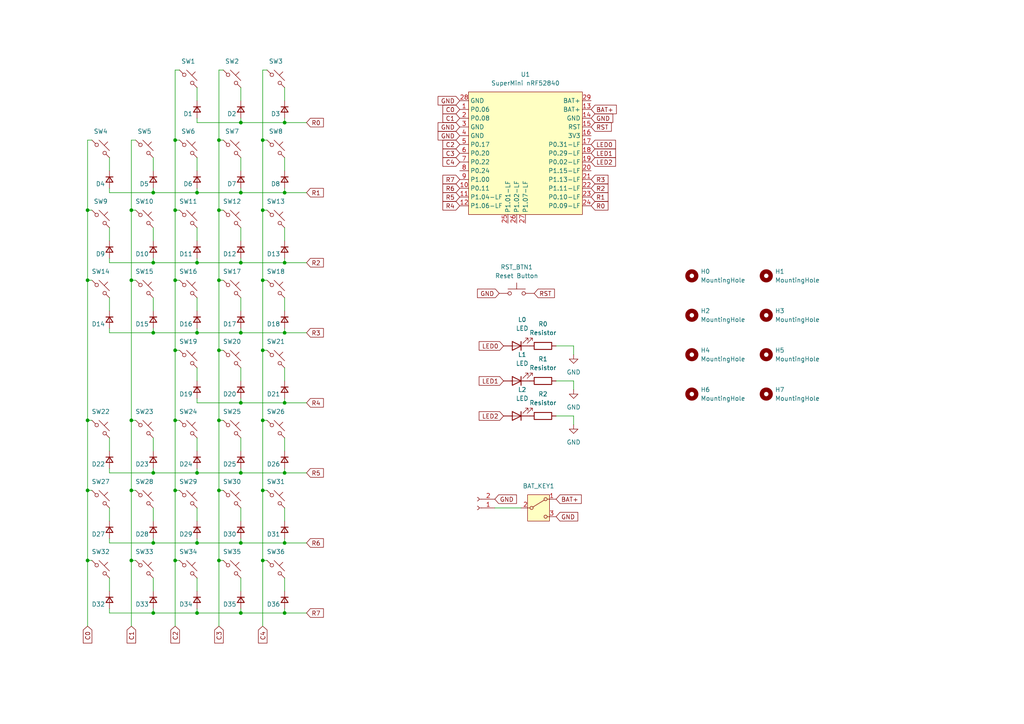
<source format=kicad_sch>
(kicad_sch (version 20250114) (generator "eeschema") (generator_version "9.0")
  (paper "A4")
  (lib_symbols
    (symbol "Connector:Conn_01x02_Socket" (pin_names (offset 1.016) (hide yes))
      (property "Reference" "J" (at 0 2.54 0))
      (property "Value" "Conn_01x02_Socket" (at 0 -5.08 0))
      (symbol "Conn_01x02_Socket_1_1"
        (polyline (pts (xy -1.27 0) (xy -0.508 0)) (stroke (width 0.1524)))
        (polyline (pts (xy -1.27 -2.54) (xy -0.508 -2.54)) (stroke (width 0.1524)))
        (arc (start 0 -0.508) (mid -0.5058 0) (end 0 0.508) (stroke (width 0.1524)))
        (arc (start 0 -3.048) (mid -0.5058 -2.54) (end 0 -2.032) (stroke (width 0.1524)))
        (pin passive line (at -5.08 0 0) (length 3.81) (name "Pin_1") (number "1"))
        (pin passive line (at -5.08 -2.54 0) (length 3.81) (name "Pin_2") (number "2"))
      )
    )
    (symbol "Device:D_Small" (pin_numbers (hide yes)) (pin_names (offset 0.254) (hide yes))
      (property "Reference" "D" (at -1.27 2.032 0))
      (property "Value" "D_Small" (at -3.81 -2.032 0))
      (symbol "D_Small_0_1"
        (polyline (pts (xy -0.762 0) (xy 0.762 0)))
        (polyline (pts (xy -0.762 -1.016) (xy -0.762 1.016)) (stroke (width 0.254)))
        (polyline (pts (xy 0.762 -1.016) (xy -0.762 0) (xy 0.762 1.016) (xy 0.762 -1.016)) (stroke (width 0.254)))
      )
      (symbol "D_Small_1_1"
        (pin passive line (at -2.54 0 0) (length 1.778) (name "K") (number "1"))
        (pin passive line (at 2.54 0 180) (length 1.778) (name "A") (number "2"))
      )
    )
    (symbol "Device:LED" (pin_numbers (hide yes)) (pin_names (offset 1.016) (hide yes))
      (property "Reference" "D" (at 0 2.54 0))
      (property "Value" "LED" (at 0 -2.54 0))
      (symbol "LED_0_1"
        (polyline (pts (xy -3.048 -0.762) (xy -4.572 -2.286) (xy -3.81 -2.286) (xy -4.572 -2.286) (xy -4.572 -1.524)))
        (polyline (pts (xy -1.778 -0.762) (xy -3.302 -2.286) (xy -2.54 -2.286) (xy -3.302 -2.286) (xy -3.302 -1.524)))
        (polyline (pts (xy -1.27 0) (xy 1.27 0)))
        (polyline (pts (xy -1.27 -1.27) (xy -1.27 1.27)) (stroke (width 0.254)))
        (polyline (pts (xy 1.27 -1.27) (xy 1.27 1.27) (xy -1.27 0) (xy 1.27 -1.27)) (stroke (width 0.254)))
      )
      (symbol "LED_1_1"
        (pin passive line (at -3.81 0 0) (length 2.54) (name "K") (number "1"))
        (pin passive line (at 3.81 0 180) (length 2.54) (name "A") (number "2"))
      )
    )
    (symbol "Mechanical:MountingHole" (pin_names (offset 1.016)) (exclude_from_sim yes) (in_bom no)
      (property "Reference" "H" (at 0 5.08 0))
      (property "Value" "MountingHole" (at 0 3.175 0))
      (symbol "MountingHole_0_1"
        (circle (center 0 0) (radius 1.27) (stroke (width 1.27)))
      )
    )
    (symbol "PCM_marbastlib-promicroish:SuperMini_nRF52840" (in_bom no)
      (property "Reference" "U" (at 0 22.86 0))
      (property "Value" "SuperMini nRF52840" (at 0 20.32 0))
      (symbol "SuperMini_nRF52840_0_0"
        (pin bidirectional line (at -19.05 13.97 0) (length 2.54) (name "P0.06") (number "1"))
        (pin bidirectional line (at -19.05 11.43 0) (length 2.54) (name "P0.08") (number "2"))
        (pin power_out line (at -19.05 8.89 0) (length 2.54) (name "GND") (number "3"))
        (pin power_out line (at -19.05 6.35 0) (length 2.54) (name "GND") (number "4"))
        (pin bidirectional line (at -19.05 3.81 0) (length 2.54) (name "P0.17") (number "5"))
        (pin bidirectional line (at -19.05 1.27 0) (length 2.54) (name "P0.20") (number "6"))
        (pin bidirectional line (at -19.05 -1.27 0) (length 2.54) (name "P0.22") (number "7"))
        (pin bidirectional line (at -19.05 -3.81 0) (length 2.54) (name "P0.24") (number "8"))
        (pin bidirectional line (at -19.05 -6.35 0) (length 2.54) (name "P1.00") (number "9"))
        (pin bidirectional line (at -19.05 -8.89 0) (length 2.54) (name "P0.11") (number "10"))
        (pin bidirectional line (at -19.05 -11.43 0) (length 2.54) (name "P1.04-LF") (number "11"))
        (pin bidirectional line (at -19.05 -13.97 0) (length 2.54) (name "P1.06-LF") (number "12"))
        (pin power_out line (at 19.05 11.43 180) (length 2.54) (name "GND") (number "14"))
        (pin bidirectional line (at 19.05 8.89 180) (length 2.54) (name "RST") (number "15"))
        (pin bidirectional line (at 19.05 3.81 180) (length 2.54) (name "P0.31-LF") (number "17"))
        (pin bidirectional line (at 19.05 1.27 180) (length 2.54) (name "P0.29-LF") (number "18"))
        (pin bidirectional line (at 19.05 -1.27 180) (length 2.54) (name "P0.02-LF") (number "19"))
        (pin bidirectional line (at 19.05 -3.81 180) (length 2.54) (name "P1.15-LF") (number "20"))
        (pin bidirectional line (at 19.05 -6.35 180) (length 2.54) (name "P1.13-LF") (number "21"))
        (pin bidirectional line (at 19.05 -8.89 180) (length 2.54) (name "P1.11-LF") (number "22"))
        (pin bidirectional line (at 19.05 -13.97 180) (length 2.54) (name "P0.09-LF") (number "24"))
      )
      (symbol "SuperMini_nRF52840_1_0"
        (pin power_out line (at -19.05 16.51 0) (length 2.54) (name "GND") (number "28"))
        (pin bidirectional line (at -5.08 -19.05 90) (length 2.54) (name "P1.01-LF") (number "25"))
        (pin bidirectional line (at -2.54 -19.05 90) (length 2.54) (name "P1.02-LF") (number "26"))
        (pin bidirectional line (at 0 -19.05 90) (length 2.54) (name "P1.07-LF") (number "27"))
        (pin power_out line (at 19.05 16.51 180) (length 2.54) (name "BAT+") (number "29"))
        (pin power_out line (at 19.05 13.97 180) (length 2.54) (name "BAT+") (number "13"))
        (pin power_out line (at 19.05 6.35 180) (length 2.54) (name "3V3") (number "16"))
        (pin bidirectional line (at 19.05 -11.43 180) (length 2.54) (name "P0.10-LF") (number "23"))
      )
      (symbol "SuperMini_nRF52840_1_1"
        (rectangle (start -16.51 19.05) (end 16.51 -16.51) (fill (type background)))
      )
    )
    (symbol "ScottoKeebs:Placeholder_Resistor" (pin_numbers (hide yes)) (pin_names (offset 0))
      (property "Reference" "R" (at 0 2.032 0))
      (property "Value" "Resistor" (at 0 -2.54 0))
      (symbol "Placeholder_Resistor_0_1"
        (rectangle (start 2.54 -1.016) (end -2.54 1.016) (stroke (width 0.254)))
      )
      (symbol "Placeholder_Resistor_1_1"
        (pin passive line (at -3.81 0 0) (length 1.27) (name "~") (number "1"))
        (pin passive line (at 3.81 0 180) (length 1.27) (name "~") (number "2"))
      )
    )
    (symbol "Switch:SW_Push" (pin_numbers (hide yes)) (pin_names (offset 1.016) (hide yes))
      (property "Reference" "SW" (at 1.27 2.54 0))
      (property "Value" "SW_Push" (at 0 -1.524 0))
      (symbol "SW_Push_0_1"
        (circle (center -2.032 0) (radius 0.508))
        (polyline (pts (xy 0 1.27) (xy 0 3.048)))
        (circle (center 2.032 0) (radius 0.508))
        (polyline (pts (xy 2.54 1.27) (xy -2.54 1.27)))
        (pin passive line (at -5.08 0 0) (length 2.54) (name "1") (number "1"))
        (pin passive line (at 5.08 0 180) (length 2.54) (name "2") (number "2"))
      )
    )
    (symbol "Switch:SW_Push_45deg" (pin_numbers (hide yes)) (pin_names (offset 1.016) (hide yes))
      (property "Reference" "SW" (at 3.048 1.016 0))
      (property "Value" "SW_Push_45deg" (at 0 -3.81 0))
      (symbol "SW_Push_45deg_0_1"
        (polyline (pts (xy -2.54 2.54) (xy -1.524 1.524) (xy -1.524 1.524)))
        (circle (center -1.1684 1.1684) (radius 0.508))
        (polyline (pts (xy -0.508 2.54) (xy 2.54 -0.508)))
        (polyline (pts (xy 1.016 1.016) (xy 2.032 2.032)))
        (circle (center 1.143 -1.1938) (radius 0.508))
        (polyline (pts (xy 1.524 -1.524) (xy 2.54 -2.54) (xy 2.54 -2.54) (xy 2.54 -2.54)))
        (pin passive line (at -2.54 2.54 0) (length 0) (name "1") (number "1"))
        (pin passive line (at 2.54 -2.54 180) (length 0) (name "2") (number "2"))
      )
    )
    (symbol "Switch:SW_SPDT" (pin_names (offset 0) (hide yes))
      (property "Reference" "SW" (at 0 5.08 0))
      (property "Value" "SW_SPDT" (at 0 -5.08 0))
      (symbol "SW_SPDT_0_1"
        (circle (center -2.032 0) (radius 0.4572))
        (polyline (pts (xy -1.651 0.254) (xy 1.651 2.286)))
        (circle (center 2.032 2.54) (radius 0.4572))
        (circle (center 2.032 -2.54) (radius 0.4572))
      )
      (symbol "SW_SPDT_1_1"
        (rectangle (start -3.175 3.81) (end 3.175 -3.81) (fill (type background)))
        (pin passive line (at -5.08 0 0) (length 2.54) (name "B") (number "2"))
        (pin passive line (at 5.08 2.54 180) (length 2.54) (name "A") (number "1"))
        (pin passive line (at 5.08 -2.54 180) (length 2.54) (name "C") (number "3"))
      )
    )
    (symbol "power:GND" (power) (pin_numbers (hide yes)) (pin_names (offset 0) (hide yes))
      (property "Value" "GND" (at 0 -3.81 0))
      (symbol "GND_0_1"
        (polyline (pts (xy 0 0) (xy 0 -1.27) (xy 1.27 -1.27) (xy 0 -2.54) (xy -1.27 -1.27) (xy 0 -1.27)))
      )
      (symbol "GND_1_1"
        (pin power_in line (at 0 0 270) (length 0) (name "~") (number "1"))
      )
    )
  )
  (junction (at 57.15 137.16))
  (junction (at 44.45 96.52))
  (junction (at 38.1 142.24))
  (junction (at 50.8 81.28))
  (junction (at 69.85 55.88))
  (junction (at 44.45 137.16))
  (junction (at 63.5 162.56))
  (junction (at 82.55 116.84))
  (junction (at 50.8 60.96))
  (junction (at 57.15 96.52))
  (junction (at 69.85 96.52))
  (junction (at 50.8 121.92))
  (junction (at 69.85 116.84))
  (junction (at 82.55 177.8))
  (junction (at 57.15 76.2))
  (junction (at 25.4 81.28))
  (junction (at 44.45 177.8))
  (junction (at 69.85 157.48))
  (junction (at 76.2 142.24))
  (junction (at 76.2 40.64))
  (junction (at 38.1 162.56))
  (junction (at 50.8 40.64))
  (junction (at 44.45 157.48))
  (junction (at 57.15 157.48))
  (junction (at 69.85 76.2))
  (junction (at 76.2 81.28))
  (junction (at 25.4 142.24))
  (junction (at 76.2 162.56))
  (junction (at 63.5 101.6))
  (junction (at 69.85 35.56))
  (junction (at 69.85 177.8))
  (junction (at 63.5 60.96))
  (junction (at 57.15 177.8))
  (junction (at 50.8 162.56))
  (junction (at 44.45 76.2))
  (junction (at 63.5 40.64))
  (junction (at 76.2 60.96))
  (junction (at 50.8 142.24))
  (junction (at 44.45 55.88))
  (junction (at 76.2 101.6))
  (junction (at 82.55 55.88))
  (junction (at 82.55 137.16))
  (junction (at 25.4 162.56))
  (junction (at 82.55 96.52))
  (junction (at 82.55 157.48))
  (junction (at 38.1 60.96))
  (junction (at 25.4 121.92))
  (junction (at 57.15 55.88))
  (junction (at 50.8 101.6))
  (junction (at 63.5 142.24))
  (junction (at 38.1 121.92))
  (junction (at 82.55 76.2))
  (junction (at 69.85 137.16))
  (junction (at 63.5 81.28))
  (junction (at 76.2 121.92))
  (junction (at 38.1 81.28))
  (junction (at 25.4 60.96))
  (junction (at 82.55 35.56))
  (junction (at 63.5 121.92))
  (wire (pts (xy 69.85 115.57) (xy 69.85 116.84)))
  (wire (pts (xy 44.45 66.04) (xy 44.45 69.85)))
  (wire (pts (xy 76.2 121.92) (xy 76.2 142.24)))
  (wire (pts (xy 39.37 162.56) (xy 38.1 162.56)))
  (wire (pts (xy 69.85 147.32) (xy 69.85 151.13)))
  (wire (pts (xy 76.2 40.64) (xy 76.2 60.96)))
  (wire (pts (xy 44.45 167.64) (xy 44.45 171.45)))
  (wire (pts (xy 82.55 95.25) (xy 82.55 96.52)))
  (wire (pts (xy 161.29 120.65) (xy 166.37 120.65)))
  (wire (pts (xy 25.4 162.56) (xy 25.4 181.61)))
  (wire (pts (xy 31.75 45.72) (xy 31.75 49.53)))
  (wire (pts (xy 82.55 45.72) (xy 82.55 49.53)))
  (wire (pts (xy 63.5 162.56) (xy 63.5 181.61)))
  (wire (pts (xy 82.55 66.04) (xy 82.55 69.85)))
  (wire (pts (xy 39.37 40.64) (xy 38.1 40.64)))
  (wire (pts (xy 44.45 127) (xy 44.45 130.81)))
  (wire (pts (xy 63.5 40.64) (xy 63.5 60.96)))
  (wire (pts (xy 31.75 96.52) (xy 44.45 96.52)))
  (wire (pts (xy 69.85 35.56) (xy 82.55 35.56)))
  (wire (pts (xy 25.4 60.96) (xy 25.4 81.28)))
  (wire (pts (xy 57.15 156.21) (xy 57.15 157.48)))
  (wire (pts (xy 76.2 60.96) (xy 76.2 81.28)))
  (wire (pts (xy 57.15 76.2) (xy 69.85 76.2)))
  (wire (pts (xy 57.15 177.8) (xy 69.85 177.8)))
  (wire (pts (xy 77.47 20.32) (xy 76.2 20.32)))
  (wire (pts (xy 26.67 40.64) (xy 25.4 40.64)))
  (wire (pts (xy 50.8 101.6) (xy 50.8 121.92)))
  (wire (pts (xy 57.15 137.16) (xy 69.85 137.16)))
  (wire (pts (xy 31.75 86.36) (xy 31.75 90.17)))
  (wire (pts (xy 57.15 167.64) (xy 57.15 171.45)))
  (wire (pts (xy 57.15 54.61) (xy 57.15 55.88)))
  (wire (pts (xy 69.85 95.25) (xy 69.85 96.52)))
  (wire (pts (xy 31.75 177.8) (xy 44.45 177.8)))
  (wire (pts (xy 39.37 121.92) (xy 38.1 121.92)))
  (wire (pts (xy 31.75 95.25) (xy 31.75 96.52)))
  (wire (pts (xy 50.8 121.92) (xy 50.8 142.24)))
  (wire (pts (xy 82.55 34.29) (xy 82.55 35.56)))
  (wire (pts (xy 82.55 176.53) (xy 82.55 177.8)))
  (wire (pts (xy 69.85 157.48) (xy 82.55 157.48)))
  (wire (pts (xy 26.67 60.96) (xy 25.4 60.96)))
  (wire (pts (xy 31.75 135.89) (xy 31.75 137.16)))
  (wire (pts (xy 76.2 142.24) (xy 76.2 162.56)))
  (wire (pts (xy 44.45 55.88) (xy 57.15 55.88)))
  (wire (pts (xy 69.85 137.16) (xy 82.55 137.16)))
  (wire (pts (xy 77.47 121.92) (xy 76.2 121.92)))
  (wire (pts (xy 31.75 157.48) (xy 44.45 157.48)))
  (wire (pts (xy 44.45 95.25) (xy 44.45 96.52)))
  (wire (pts (xy 64.77 60.96) (xy 63.5 60.96)))
  (wire (pts (xy 44.45 177.8) (xy 57.15 177.8)))
  (wire (pts (xy 31.75 147.32) (xy 31.75 151.13)))
  (wire (pts (xy 39.37 142.24) (xy 38.1 142.24)))
  (wire (pts (xy 31.75 167.64) (xy 31.75 171.45)))
  (wire (pts (xy 57.15 95.25) (xy 57.15 96.52)))
  (wire (pts (xy 69.85 34.29) (xy 69.85 35.56)))
  (wire (pts (xy 26.67 162.56) (xy 25.4 162.56)))
  (wire (pts (xy 69.85 25.4) (xy 69.85 29.21)))
  (wire (pts (xy 77.47 101.6) (xy 76.2 101.6)))
  (wire (pts (xy 57.15 45.72) (xy 57.15 49.53)))
  (wire (pts (xy 31.75 156.21) (xy 31.75 157.48)))
  (wire (pts (xy 44.45 76.2) (xy 57.15 76.2)))
  (wire (pts (xy 64.77 101.6) (xy 63.5 101.6)))
  (wire (pts (xy 38.1 81.28) (xy 38.1 121.92)))
  (wire (pts (xy 57.15 157.48) (xy 69.85 157.48)))
  (wire (pts (xy 69.85 106.68) (xy 69.85 110.49)))
  (wire (pts (xy 82.55 115.57) (xy 82.55 116.84)))
  (wire (pts (xy 77.47 40.64) (xy 76.2 40.64)))
  (wire (pts (xy 69.85 54.61) (xy 69.85 55.88)))
  (wire (pts (xy 31.75 66.04) (xy 31.75 69.85)))
  (wire (pts (xy 31.75 74.93) (xy 31.75 76.2)))
  (wire (pts (xy 63.5 142.24) (xy 63.5 162.56)))
  (wire (pts (xy 50.8 60.96) (xy 50.8 81.28)))
  (wire (pts (xy 57.15 127) (xy 57.15 130.81)))
  (wire (pts (xy 143.51 147.32) (xy 151.13 147.32)))
  (wire (pts (xy 69.85 66.04) (xy 69.85 69.85)))
  (wire (pts (xy 63.5 81.28) (xy 63.5 101.6)))
  (wire (pts (xy 31.75 54.61) (xy 31.75 55.88)))
  (wire (pts (xy 77.47 142.24) (xy 76.2 142.24)))
  (wire (pts (xy 57.15 96.52) (xy 69.85 96.52)))
  (wire (pts (xy 69.85 177.8) (xy 82.55 177.8)))
  (wire (pts (xy 38.1 60.96) (xy 38.1 81.28)))
  (wire (pts (xy 77.47 162.56) (xy 76.2 162.56)))
  (wire (pts (xy 57.15 115.57) (xy 57.15 116.84)))
  (wire (pts (xy 38.1 142.24) (xy 38.1 162.56)))
  (wire (pts (xy 82.55 147.32) (xy 82.55 151.13)))
  (wire (pts (xy 82.55 167.64) (xy 82.55 171.45)))
  (wire (pts (xy 25.4 40.64) (xy 25.4 60.96)))
  (wire (pts (xy 50.8 162.56) (xy 50.8 181.61)))
  (wire (pts (xy 57.15 66.04) (xy 57.15 69.85)))
  (wire (pts (xy 31.75 55.88) (xy 44.45 55.88)))
  (wire (pts (xy 57.15 34.29) (xy 57.15 35.56)))
  (wire (pts (xy 82.55 116.84) (xy 88.9 116.84)))
  (wire (pts (xy 44.45 137.16) (xy 57.15 137.16)))
  (wire (pts (xy 44.45 96.52) (xy 57.15 96.52)))
  (wire (pts (xy 64.77 142.24) (xy 63.5 142.24)))
  (wire (pts (xy 25.4 81.28) (xy 25.4 121.92)))
  (wire (pts (xy 64.77 40.64) (xy 63.5 40.64)))
  (wire (pts (xy 76.2 81.28) (xy 76.2 101.6)))
  (wire (pts (xy 50.8 20.32) (xy 50.8 40.64)))
  (wire (pts (xy 69.85 176.53) (xy 69.85 177.8)))
  (wire (pts (xy 82.55 96.52) (xy 88.9 96.52)))
  (wire (pts (xy 31.75 76.2) (xy 44.45 76.2)))
  (wire (pts (xy 25.4 121.92) (xy 25.4 142.24)))
  (wire (pts (xy 69.85 96.52) (xy 82.55 96.52)))
  (wire (pts (xy 166.37 100.33) (xy 166.37 102.87)))
  (wire (pts (xy 26.67 121.92) (xy 25.4 121.92)))
  (wire (pts (xy 166.37 120.65) (xy 166.37 123.19)))
  (wire (pts (xy 63.5 101.6) (xy 63.5 121.92)))
  (wire (pts (xy 76.2 101.6) (xy 76.2 121.92)))
  (wire (pts (xy 44.45 74.93) (xy 44.45 76.2)))
  (wire (pts (xy 57.15 106.68) (xy 57.15 110.49)))
  (wire (pts (xy 64.77 81.28) (xy 63.5 81.28)))
  (wire (pts (xy 63.5 121.92) (xy 63.5 142.24)))
  (wire (pts (xy 39.37 60.96) (xy 38.1 60.96)))
  (wire (pts (xy 25.4 142.24) (xy 25.4 162.56)))
  (wire (pts (xy 57.15 25.4) (xy 57.15 29.21)))
  (wire (pts (xy 57.15 86.36) (xy 57.15 90.17)))
  (wire (pts (xy 52.07 142.24) (xy 50.8 142.24)))
  (wire (pts (xy 26.67 81.28) (xy 25.4 81.28)))
  (wire (pts (xy 77.47 60.96) (xy 76.2 60.96)))
  (wire (pts (xy 31.75 127) (xy 31.75 130.81)))
  (wire (pts (xy 82.55 55.88) (xy 88.9 55.88)))
  (wire (pts (xy 82.55 157.48) (xy 88.9 157.48)))
  (wire (pts (xy 50.8 40.64) (xy 50.8 60.96)))
  (wire (pts (xy 64.77 121.92) (xy 63.5 121.92)))
  (wire (pts (xy 63.5 60.96) (xy 63.5 81.28)))
  (wire (pts (xy 69.85 156.21) (xy 69.85 157.48)))
  (wire (pts (xy 38.1 162.56) (xy 38.1 181.61)))
  (wire (pts (xy 57.15 35.56) (xy 69.85 35.56)))
  (wire (pts (xy 57.15 116.84) (xy 69.85 116.84)))
  (wire (pts (xy 39.37 81.28) (xy 38.1 81.28)))
  (wire (pts (xy 76.2 20.32) (xy 76.2 40.64)))
  (wire (pts (xy 82.55 35.56) (xy 88.9 35.56)))
  (wire (pts (xy 64.77 20.32) (xy 63.5 20.32)))
  (wire (pts (xy 82.55 156.21) (xy 82.55 157.48)))
  (wire (pts (xy 57.15 55.88) (xy 69.85 55.88)))
  (wire (pts (xy 69.85 167.64) (xy 69.85 171.45)))
  (wire (pts (xy 31.75 176.53) (xy 31.75 177.8)))
  (wire (pts (xy 69.85 74.93) (xy 69.85 76.2)))
  (wire (pts (xy 52.07 121.92) (xy 50.8 121.92)))
  (wire (pts (xy 44.45 86.36) (xy 44.45 90.17)))
  (wire (pts (xy 38.1 121.92) (xy 38.1 142.24)))
  (wire (pts (xy 44.45 176.53) (xy 44.45 177.8)))
  (wire (pts (xy 82.55 177.8) (xy 88.9 177.8)))
  (wire (pts (xy 44.45 54.61) (xy 44.45 55.88)))
  (wire (pts (xy 44.45 135.89) (xy 44.45 137.16)))
  (wire (pts (xy 82.55 137.16) (xy 88.9 137.16)))
  (wire (pts (xy 57.15 176.53) (xy 57.15 177.8)))
  (wire (pts (xy 166.37 110.49) (xy 166.37 113.03)))
  (wire (pts (xy 82.55 127) (xy 82.55 130.81)))
  (wire (pts (xy 77.47 81.28) (xy 76.2 81.28)))
  (wire (pts (xy 44.45 147.32) (xy 44.45 151.13)))
  (wire (pts (xy 69.85 86.36) (xy 69.85 90.17)))
  (wire (pts (xy 52.07 40.64) (xy 50.8 40.64)))
  (wire (pts (xy 26.67 142.24) (xy 25.4 142.24)))
  (wire (pts (xy 69.85 127) (xy 69.85 130.81)))
  (wire (pts (xy 69.85 135.89) (xy 69.85 137.16)))
  (wire (pts (xy 82.55 74.93) (xy 82.55 76.2)))
  (wire (pts (xy 82.55 54.61) (xy 82.55 55.88)))
  (wire (pts (xy 64.77 162.56) (xy 63.5 162.56)))
  (wire (pts (xy 52.07 162.56) (xy 50.8 162.56)))
  (wire (pts (xy 82.55 76.2) (xy 88.9 76.2)))
  (wire (pts (xy 52.07 101.6) (xy 50.8 101.6)))
  (wire (pts (xy 69.85 116.84) (xy 82.55 116.84)))
  (wire (pts (xy 38.1 40.64) (xy 38.1 60.96)))
  (wire (pts (xy 161.29 110.49) (xy 166.37 110.49)))
  (wire (pts (xy 52.07 60.96) (xy 50.8 60.96)))
  (wire (pts (xy 31.75 137.16) (xy 44.45 137.16)))
  (wire (pts (xy 57.15 74.93) (xy 57.15 76.2)))
  (wire (pts (xy 52.07 81.28) (xy 50.8 81.28)))
  (wire (pts (xy 82.55 25.4) (xy 82.55 29.21)))
  (wire (pts (xy 44.45 156.21) (xy 44.45 157.48)))
  (wire (pts (xy 76.2 162.56) (xy 76.2 181.61)))
  (wire (pts (xy 52.07 20.32) (xy 50.8 20.32)))
  (wire (pts (xy 69.85 45.72) (xy 69.85 49.53)))
  (wire (pts (xy 69.85 76.2) (xy 82.55 76.2)))
  (wire (pts (xy 44.45 45.72) (xy 44.45 49.53)))
  (wire (pts (xy 57.15 147.32) (xy 57.15 151.13)))
  (wire (pts (xy 57.15 135.89) (xy 57.15 137.16)))
  (wire (pts (xy 161.29 100.33) (xy 166.37 100.33)))
  (wire (pts (xy 69.85 55.88) (xy 82.55 55.88)))
  (wire (pts (xy 82.55 86.36) (xy 82.55 90.17)))
  (wire (pts (xy 50.8 81.28) (xy 50.8 101.6)))
  (wire (pts (xy 44.45 157.48) (xy 57.15 157.48)))
  (wire (pts (xy 82.55 106.68) (xy 82.55 110.49)))
  (wire (pts (xy 82.55 135.89) (xy 82.55 137.16)))
  (wire (pts (xy 63.5 20.32) (xy 63.5 40.64)))
  (wire (pts (xy 50.8 142.24) (xy 50.8 162.56)))
  (global_label "C4" (shape input) (at 133.35 46.99 180) (property "Intersheetrefs" "${INTERSHEET_REFS}" (effects (hide yes))))
  (global_label "LED1" (shape input) (at 146.05 110.49 180) (property "Intersheetrefs" "${INTERSHEET_REFS}" (effects (hide yes))))
  (global_label "R0" (shape input) (at 171.45 59.69 0) (property "Intersheetrefs" "${INTERSHEET_REFS}" (effects (hide yes))))
  (global_label "LED0" (shape input) (at 146.05 100.33 180) (property "Intersheetrefs" "${INTERSHEET_REFS}" (effects (hide yes))))
  (global_label "RST" (shape input) (at 154.94 85.09 0) (property "Intersheetrefs" "${INTERSHEET_REFS}" (effects (hide yes))))
  (global_label "BAT+" (shape input) (at 161.29 144.78 0) (property "Intersheetrefs" "${INTERSHEET_REFS}" (effects (hide yes))))
  (global_label "LED1" (shape input) (at 171.45 44.45 0) (property "Intersheetrefs" "${INTERSHEET_REFS}" (effects (hide yes))))
  (global_label "BAT+" (shape input) (at 171.45 31.75 0) (property "Intersheetrefs" "${INTERSHEET_REFS}" (effects (hide yes))))
  (global_label "C4" (shape input) (at 76.2 181.61 270) (property "Intersheetrefs" "${INTERSHEET_REFS}" (effects (hide yes))))
  (global_label "C2" (shape input) (at 50.8 181.61 270) (property "Intersheetrefs" "${INTERSHEET_REFS}" (effects (hide yes))))
  (global_label "R4" (shape input) (at 133.35 59.69 180) (property "Intersheetrefs" "${INTERSHEET_REFS}" (effects (hide yes))))
  (global_label "R4" (shape input) (at 88.9 116.84 0) (property "Intersheetrefs" "${INTERSHEET_REFS}" (effects (hide yes))))
  (global_label "RST" (shape input) (at 171.45 36.83 0) (property "Intersheetrefs" "${INTERSHEET_REFS}" (effects (hide yes))))
  (global_label "LED2" (shape input) (at 146.05 120.65 180) (property "Intersheetrefs" "${INTERSHEET_REFS}" (effects (hide yes))))
  (global_label "R5" (shape input) (at 133.35 57.15 180) (property "Intersheetrefs" "${INTERSHEET_REFS}" (effects (hide yes))))
  (global_label "R6" (shape input) (at 88.9 157.48 0) (property "Intersheetrefs" "${INTERSHEET_REFS}" (effects (hide yes))))
  (global_label "GND" (shape input) (at 133.35 36.83 180) (property "Intersheetrefs" "${INTERSHEET_REFS}" (effects (hide yes))))
  (global_label "C0" (shape input) (at 25.4 181.61 270) (property "Intersheetrefs" "${INTERSHEET_REFS}" (effects (hide yes))))
  (global_label "R2" (shape input) (at 88.9 76.2 0) (property "Intersheetrefs" "${INTERSHEET_REFS}" (effects (hide yes))))
  (global_label "GND" (shape input) (at 161.29 149.86 0) (property "Intersheetrefs" "${INTERSHEET_REFS}" (effects (hide yes))))
  (global_label "C3" (shape input) (at 133.35 44.45 180) (property "Intersheetrefs" "${INTERSHEET_REFS}" (effects (hide yes))))
  (global_label "C0" (shape input) (at 133.35 31.75 180) (property "Intersheetrefs" "${INTERSHEET_REFS}" (effects (hide yes))))
  (global_label "C1" (shape input) (at 133.35 34.29 180) (property "Intersheetrefs" "${INTERSHEET_REFS}" (effects (hide yes))))
  (global_label "LED0" (shape input) (at 171.45 41.91 0) (property "Intersheetrefs" "${INTERSHEET_REFS}" (effects (hide yes))))
  (global_label "GND" (shape input) (at 143.51 144.78 0) (property "Intersheetrefs" "${INTERSHEET_REFS}" (effects (hide yes))))
  (global_label "R5" (shape input) (at 88.9 137.16 0) (property "Intersheetrefs" "${INTERSHEET_REFS}" (effects (hide yes))))
  (global_label "LED2" (shape input) (at 171.45 46.99 0) (property "Intersheetrefs" "${INTERSHEET_REFS}" (effects (hide yes))))
  (global_label "R3" (shape input) (at 171.45 52.07 0) (property "Intersheetrefs" "${INTERSHEET_REFS}" (effects (hide yes))))
  (global_label "R3" (shape input) (at 88.9 96.52 0) (property "Intersheetrefs" "${INTERSHEET_REFS}" (effects (hide yes))))
  (global_label "GND" (shape input) (at 144.78 85.09 180) (property "Intersheetrefs" "${INTERSHEET_REFS}" (effects (hide yes))))
  (global_label "R1" (shape input) (at 88.9 55.88 0) (property "Intersheetrefs" "${INTERSHEET_REFS}" (effects (hide yes))))
  (global_label "R7" (shape input) (at 133.35 52.07 180) (property "Intersheetrefs" "${INTERSHEET_REFS}" (effects (hide yes))))
  (global_label "R1" (shape input) (at 171.45 57.15 0) (property "Intersheetrefs" "${INTERSHEET_REFS}" (effects (hide yes))))
  (global_label "C1" (shape input) (at 38.1 181.61 270) (property "Intersheetrefs" "${INTERSHEET_REFS}" (effects (hide yes))))
  (global_label "GND" (shape input) (at 171.45 34.29 0) (property "Intersheetrefs" "${INTERSHEET_REFS}" (effects (hide yes))))
  (global_label "C3" (shape input) (at 63.5 181.61 270) (property "Intersheetrefs" "${INTERSHEET_REFS}" (effects (hide yes))))
  (global_label "GND" (shape input) (at 133.35 39.37 180) (property "Intersheetrefs" "${INTERSHEET_REFS}" (effects (hide yes))))
  (global_label "C2" (shape input) (at 133.35 41.91 180) (property "Intersheetrefs" "${INTERSHEET_REFS}" (effects (hide yes))))
  (global_label "R6" (shape input) (at 133.35 54.61 180) (property "Intersheetrefs" "${INTERSHEET_REFS}" (effects (hide yes))))
  (global_label "R7" (shape input) (at 88.9 177.8 0) (property "Intersheetrefs" "${INTERSHEET_REFS}" (effects (hide yes))))
  (global_label "R2" (shape input) (at 171.45 54.61 0) (property "Intersheetrefs" "${INTERSHEET_REFS}" (effects (hide yes))))
  (global_label "GND" (shape input) (at 133.35 29.21 180) (property "Intersheetrefs" "${INTERSHEET_REFS}" (effects (hide yes))))
  (global_label "R0" (shape input) (at 88.9 35.56 0) (property "Intersheetrefs" "${INTERSHEET_REFS}" (effects (hide yes))))
  (symbol (lib_id "Switch:SW_Push_45deg") (at 29.21 124.46 0) (unit 1)
    (property "Reference" "SW22" (at 29.21 119.38 0))
    (property "Value" "SW_Push" (effects (hide yes)))
    (property "Footprint" "key-switches:SW_MX_Kailh_Choc_V1V2_HotSwap_Hybrid" (effects (hide yes)))
  )
  (symbol (lib_id "Switch:SW_Push_45deg") (at 41.91 43.18 0) (unit 1)
    (property "Reference" "SW5" (at 41.91 38.1 0))
    (property "Value" "SW_Push" (effects (hide yes)))
    (property "Footprint" "key-switches:SW_MX_Kailh_Choc_V1V2_HotSwap_Hybrid" (effects (hide yes)))
  )
  (symbol (lib_id "Switch:SW_Push_45deg") (at 67.31 63.5 0) (unit 1)
    (property "Reference" "SW12" (at 67.31 58.42 0))
    (property "Value" "SW_Push" (effects (hide yes)))
    (property "Footprint" "key-switches:SW_MX_Kailh_Choc_V1V2_HotSwap_Hybrid" (effects (hide yes)))
  )
  (symbol (lib_id "Switch:SW_Push_45deg") (at 67.31 83.82 0) (unit 1)
    (property "Reference" "SW17" (at 67.31 78.74 0))
    (property "Value" "SW_Push" (effects (hide yes)))
    (property "Footprint" "key-switches:SW_MX_Kailh_Choc_V1V2_HotSwap_Hybrid" (effects (hide yes)))
  )
  (symbol (lib_id "Device:D_Small") (at 82.55 173.99 270) (unit 1)
    (property "Reference" "D36" (at 81.28 175.26 90) (effects (justify right)))
    (property "Value" "D" (effects (hide yes)))
    (property "Footprint" "keyatura:diode" (effects (hide yes)))
    (property "Sim.Device" "D" (effects (hide yes)))
    (property "Sim.Pins" "1=K 2=A" (effects (hide yes)))
  )
  (symbol (lib_id "Switch:SW_Push_45deg") (at 80.01 165.1 0) (unit 1)
    (property "Reference" "SW36" (at 80.01 160.02 0))
    (property "Value" "SW_Push" (effects (hide yes)))
    (property "Footprint" "key-switches:SW_MX_Kailh_Choc_V1V2_HotSwap_Hybrid" (effects (hide yes)))
  )
  (symbol (lib_id "Switch:SW_Push_45deg") (at 41.91 83.82 0) (unit 1)
    (property "Reference" "SW15" (at 41.91 78.74 0))
    (property "Value" "SW_Push" (effects (hide yes)))
    (property "Footprint" "key-switches:SW_MX_Kailh_Choc_V1V2_HotSwap_Hybrid" (effects (hide yes)))
  )
  (symbol (lib_id "ScottoKeebs:Placeholder_Resistor") (at 157.48 110.49 0) (unit 1)
    (property "Reference" "R1" (at 157.48 104.14 0))
    (property "Value" "Resistor" (at 157.48 106.68 0))
    (property "Footprint" "keyatura:resistor" (effects (hide yes)))
    (property "Description" "Resistor" (effects (hide yes)))
  )
  (symbol (lib_id "Switch:SW_SPDT") (at 156.21 147.32 0) (unit 1)
    (property "Reference" "BAT_KEY1" (at 156.21 140.97 0))
    (property "Value" "SW_SPDT" (effects (hide yes)))
    (property "Footprint" "keyatura:MSK-12C02" (effects (hide yes)))
    (property "Description" "Switch, single pole double throw" (effects (hide yes)))
  )
  (symbol (lib_id "Device:D_Small") (at 57.15 72.39 270) (unit 1)
    (property "Reference" "D11" (at 55.88 73.66 90) (effects (justify right)))
    (property "Value" "D" (effects (hide yes)))
    (property "Footprint" "keyatura:diode" (effects (hide yes)))
    (property "Sim.Device" "D" (effects (hide yes)))
    (property "Sim.Pins" "1=K 2=A" (effects (hide yes)))
  )
  (symbol (lib_id "Switch:SW_Push_45deg") (at 54.61 83.82 0) (unit 1)
    (property "Reference" "SW16" (at 54.61 78.74 0))
    (property "Value" "SW_Push" (effects (hide yes)))
    (property "Footprint" "key-switches:SW_MX_Kailh_Choc_V1V2_HotSwap_Hybrid" (effects (hide yes)))
  )
  (symbol (lib_id "Device:D_Small") (at 82.55 113.03 270) (unit 1)
    (property "Reference" "D21" (at 81.28 114.3 90) (effects (justify right)))
    (property "Value" "D" (effects (hide yes)))
    (property "Footprint" "keyatura:diode" (effects (hide yes)))
    (property "Sim.Device" "D" (effects (hide yes)))
    (property "Sim.Pins" "1=K 2=A" (effects (hide yes)))
  )
  (symbol (lib_id "Switch:SW_Push_45deg") (at 29.21 63.5 0) (unit 1)
    (property "Reference" "SW9" (at 29.21 58.42 0))
    (property "Value" "SW_Push" (effects (hide yes)))
    (property "Footprint" "key-switches:SW_MX_Kailh_Choc_V1V2_HotSwap_Hybrid" (effects (hide yes)))
  )
  (symbol (lib_id "power:GND") (at 166.37 113.03 0) (unit 1)
    (property "Reference" "#PWR02" (effects (hide yes)))
    (property "Value" "GND" (at 166.37 118.11 0))
    (property "Description" "Power symbol creates a global label with name \"GND\" , ground" (effects (hide yes)))
  )
  (symbol (lib_id "Device:D_Small") (at 57.15 31.75 270) (unit 1)
    (property "Reference" "D1" (at 55.88 33.02 90) (effects (justify right)))
    (property "Value" "D" (effects (hide yes)))
    (property "Footprint" "keyatura:diode" (effects (hide yes)))
    (property "Sim.Device" "D" (effects (hide yes)))
    (property "Sim.Pins" "1=K 2=A" (effects (hide yes)))
  )
  (symbol (lib_id "Mechanical:MountingHole") (at 222.25 91.44 0) (unit 1) (exclude_from_sim yes) (in_bom no)
    (property "Reference" "H3" (at 224.79 90.1699 0) (effects (justify left)))
    (property "Value" "MountingHole" (at 224.79 92.7099 0) (effects (justify left)))
    (property "Footprint" "keyatura:mounting hole" (effects (hide yes)))
    (property "Description" "Mounting Hole without connection" (effects (hide yes)))
  )
  (symbol (lib_id "Device:D_Small") (at 31.75 72.39 270) (unit 1)
    (property "Reference" "D9" (at 30.48 73.66 90) (effects (justify right)))
    (property "Value" "D" (effects (hide yes)))
    (property "Footprint" "keyatura:diode" (effects (hide yes)))
    (property "Sim.Device" "D" (effects (hide yes)))
    (property "Sim.Pins" "1=K 2=A" (effects (hide yes)))
  )
  (symbol (lib_id "Switch:SW_Push_45deg") (at 54.61 22.86 0) (unit 1)
    (property "Reference" "SW1" (at 54.61 17.78 0))
    (property "Value" "SW_Push" (effects (hide yes)))
    (property "Footprint" "key-switches:SW_MX_Kailh_Choc_V1V2_HotSwap_Hybrid" (effects (hide yes)))
  )
  (symbol (lib_id "Mechanical:MountingHole") (at 222.25 102.87 0) (unit 1) (exclude_from_sim yes) (in_bom no)
    (property "Reference" "H5" (at 224.79 101.5999 0) (effects (justify left)))
    (property "Value" "MountingHole" (at 224.79 104.1399 0) (effects (justify left)))
    (property "Footprint" "keyatura:mounting hole" (effects (hide yes)))
    (property "Description" "Mounting Hole without connection" (effects (hide yes)))
  )
  (symbol (lib_id "Device:D_Small") (at 57.15 153.67 270) (unit 1)
    (property "Reference" "D29" (at 55.88 154.94 90) (effects (justify right)))
    (property "Value" "D" (effects (hide yes)))
    (property "Footprint" "keyatura:diode" (effects (hide yes)))
    (property "Sim.Device" "D" (effects (hide yes)))
    (property "Sim.Pins" "1=K 2=A" (effects (hide yes)))
  )
  (symbol (lib_id "Switch:SW_Push_45deg") (at 80.01 124.46 0) (unit 1)
    (property "Reference" "SW26" (at 80.01 119.38 0))
    (property "Value" "SW_Push" (effects (hide yes)))
    (property "Footprint" "key-switches:SW_MX_Kailh_Choc_V1V2_HotSwap_Hybrid" (effects (hide yes)))
  )
  (symbol (lib_id "Switch:SW_Push_45deg") (at 54.61 144.78 0) (unit 1)
    (property "Reference" "SW29" (at 54.61 139.7 0))
    (property "Value" "SW_Push" (effects (hide yes)))
    (property "Footprint" "key-switches:SW_MX_Kailh_Choc_V1V2_HotSwap_Hybrid" (effects (hide yes)))
  )
  (symbol (lib_id "Mechanical:MountingHole") (at 222.25 80.01 0) (unit 1) (exclude_from_sim yes) (in_bom no)
    (property "Reference" "H1" (at 224.79 78.7399 0) (effects (justify left)))
    (property "Value" "MountingHole" (at 224.79 81.2799 0) (effects (justify left)))
    (property "Footprint" "keyatura:mounting hole" (effects (hide yes)))
    (property "Description" "Mounting Hole without connection" (effects (hide yes)))
  )
  (symbol (lib_id "ScottoKeebs:Placeholder_Resistor") (at 157.48 100.33 0) (unit 1)
    (property "Reference" "R0" (at 157.48 93.98 0))
    (property "Value" "Resistor" (at 157.48 96.52 0))
    (property "Footprint" "keyatura:resistor" (effects (hide yes)))
    (property "Description" "Resistor" (effects (hide yes)))
  )
  (symbol (lib_id "Switch:SW_Push_45deg") (at 54.61 63.5 0) (unit 1)
    (property "Reference" "SW11" (at 54.61 58.42 0))
    (property "Value" "SW_Push" (effects (hide yes)))
    (property "Footprint" "key-switches:SW_MX_Kailh_Choc_V1V2_HotSwap_Hybrid" (effects (hide yes)))
  )
  (symbol (lib_id "Device:D_Small") (at 69.85 153.67 270) (unit 1)
    (property "Reference" "D30" (at 68.58 154.94 90) (effects (justify right)))
    (property "Value" "D" (effects (hide yes)))
    (property "Footprint" "keyatura:diode" (effects (hide yes)))
    (property "Sim.Device" "D" (effects (hide yes)))
    (property "Sim.Pins" "1=K 2=A" (effects (hide yes)))
  )
  (symbol (lib_id "Device:D_Small") (at 44.45 153.67 270) (unit 1)
    (property "Reference" "D28" (at 43.18 154.94 90) (effects (justify right)))
    (property "Value" "D" (effects (hide yes)))
    (property "Footprint" "keyatura:diode" (effects (hide yes)))
    (property "Sim.Device" "D" (effects (hide yes)))
    (property "Sim.Pins" "1=K 2=A" (effects (hide yes)))
  )
  (symbol (lib_id "Switch:SW_Push_45deg") (at 29.21 144.78 0) (unit 1)
    (property "Reference" "SW27" (at 29.21 139.7 0))
    (property "Value" "SW_Push" (effects (hide yes)))
    (property "Footprint" "key-switches:SW_MX_Kailh_Choc_V1V2_HotSwap_Hybrid" (effects (hide yes)))
  )
  (symbol (lib_id "Switch:SW_Push_45deg") (at 80.01 43.18 0) (unit 1)
    (property "Reference" "SW8" (at 80.01 38.1 0))
    (property "Value" "SW_Push" (effects (hide yes)))
    (property "Footprint" "key-switches:SW_MX_Kailh_Choc_V1V2_HotSwap_Hybrid" (effects (hide yes)))
  )
  (symbol (lib_id "Device:D_Small") (at 57.15 133.35 270) (unit 1)
    (property "Reference" "D24" (at 55.88 134.62 90) (effects (justify right)))
    (property "Value" "D" (effects (hide yes)))
    (property "Footprint" "keyatura:diode" (effects (hide yes)))
    (property "Sim.Device" "D" (effects (hide yes)))
    (property "Sim.Pins" "1=K 2=A" (effects (hide yes)))
  )
  (symbol (lib_id "Device:D_Small") (at 31.75 173.99 270) (unit 1)
    (property "Reference" "D32" (at 30.48 175.26 90) (effects (justify right)))
    (property "Value" "D" (effects (hide yes)))
    (property "Footprint" "keyatura:diode" (effects (hide yes)))
    (property "Sim.Device" "D" (effects (hide yes)))
    (property "Sim.Pins" "1=K 2=A" (effects (hide yes)))
  )
  (symbol (lib_id "Mechanical:MountingHole") (at 222.25 114.3 0) (unit 1) (exclude_from_sim yes) (in_bom no)
    (property "Reference" "H7" (at 224.79 113.0299 0) (effects (justify left)))
    (property "Value" "MountingHole" (at 224.79 115.5699 0) (effects (justify left)))
    (property "Footprint" "keyatura:mounting hole" (effects (hide yes)))
    (property "Description" "Mounting Hole without connection" (effects (hide yes)))
  )
  (symbol (lib_id "Device:D_Small") (at 82.55 72.39 270) (unit 1)
    (property "Reference" "D13" (at 81.28 73.66 90) (effects (justify right)))
    (property "Value" "D" (effects (hide yes)))
    (property "Footprint" "keyatura:diode" (effects (hide yes)))
    (property "Sim.Device" "D" (effects (hide yes)))
    (property "Sim.Pins" "1=K 2=A" (effects (hide yes)))
  )
  (symbol (lib_id "Switch:SW_Push_45deg") (at 29.21 165.1 0) (unit 1)
    (property "Reference" "SW32" (at 29.21 160.02 0))
    (property "Value" "SW_Push" (effects (hide yes)))
    (property "Footprint" "key-switches:SW_MX_Kailh_Choc_V1V2_HotSwap_Hybrid" (effects (hide yes)))
  )
  (symbol (lib_id "ScottoKeebs:Placeholder_Resistor") (at 157.48 120.65 0) (unit 1)
    (property "Reference" "R2" (at 157.48 114.3 0))
    (property "Value" "Resistor" (at 157.48 116.84 0))
    (property "Footprint" "keyatura:resistor" (effects (hide yes)))
    (property "Description" "Resistor" (effects (hide yes)))
  )
  (symbol (lib_id "Switch:SW_Push_45deg") (at 41.91 165.1 0) (unit 1)
    (property "Reference" "SW33" (at 41.91 160.02 0))
    (property "Value" "SW_Push" (effects (hide yes)))
    (property "Footprint" "key-switches:SW_MX_Kailh_Choc_V1V2_HotSwap_Hybrid" (effects (hide yes)))
  )
  (symbol (lib_id "Device:LED") (at 149.86 110.49 180) (unit 1)
    (property "Reference" "L1" (at 151.4475 102.87 0))
    (property "Value" "LED" (at 151.4475 105.41 0))
    (property "Footprint" "keyatura:LED" (effects (hide yes)))
    (property "Description" "Light emitting diode" (effects (hide yes)))
  )
  (symbol (lib_id "Switch:SW_Push_45deg") (at 54.61 43.18 0) (unit 1)
    (property "Reference" "SW6" (at 54.61 38.1 0))
    (property "Value" "SW_Push" (effects (hide yes)))
    (property "Footprint" "key-switches:SW_MX_Kailh_Choc_V1V2_HotSwap_Hybrid" (effects (hide yes)))
  )
  (symbol (lib_id "Device:D_Small") (at 31.75 133.35 270) (unit 1)
    (property "Reference" "D22" (at 30.48 134.62 90) (effects (justify right)))
    (property "Value" "D" (effects (hide yes)))
    (property "Footprint" "keyatura:diode" (effects (hide yes)))
    (property "Sim.Device" "D" (effects (hide yes)))
    (property "Sim.Pins" "1=K 2=A" (effects (hide yes)))
  )
  (symbol (lib_id "Device:D_Small") (at 44.45 133.35 270) (unit 1)
    (property "Reference" "D23" (at 43.18 134.62 90) (effects (justify right)))
    (property "Value" "D" (effects (hide yes)))
    (property "Footprint" "keyatura:diode" (effects (hide yes)))
    (property "Sim.Device" "D" (effects (hide yes)))
    (property "Sim.Pins" "1=K 2=A" (effects (hide yes)))
  )
  (symbol (lib_id "Mechanical:MountingHole") (at 200.66 80.01 0) (unit 1) (exclude_from_sim yes) (in_bom no)
    (property "Reference" "H0" (at 203.2 78.7399 0) (effects (justify left)))
    (property "Value" "MountingHole" (at 203.2 81.2799 0) (effects (justify left)))
    (property "Footprint" "keyatura:mounting hole" (effects (hide yes)))
    (property "Description" "Mounting Hole without connection" (effects (hide yes)))
  )
  (symbol (lib_id "Device:D_Small") (at 82.55 92.71 270) (unit 1)
    (property "Reference" "D18" (at 81.28 93.98 90) (effects (justify right)))
    (property "Value" "D" (effects (hide yes)))
    (property "Footprint" "keyatura:diode" (effects (hide yes)))
    (property "Sim.Device" "D" (effects (hide yes)))
    (property "Sim.Pins" "1=K 2=A" (effects (hide yes)))
  )
  (symbol (lib_id "Device:D_Small") (at 69.85 173.99 270) (unit 1)
    (property "Reference" "D35" (at 68.58 175.26 90) (effects (justify right)))
    (property "Value" "D" (effects (hide yes)))
    (property "Footprint" "keyatura:diode" (effects (hide yes)))
    (property "Sim.Device" "D" (effects (hide yes)))
    (property "Sim.Pins" "1=K 2=A" (effects (hide yes)))
  )
  (symbol (lib_id "Device:D_Small") (at 69.85 113.03 270) (unit 1)
    (property "Reference" "D20" (at 68.58 114.3 90) (effects (justify right)))
    (property "Value" "D" (effects (hide yes)))
    (property "Footprint" "keyatura:diode" (effects (hide yes)))
    (property "Sim.Device" "D" (effects (hide yes)))
    (property "Sim.Pins" "1=K 2=A" (effects (hide yes)))
  )
  (symbol (lib_id "Device:D_Small") (at 69.85 72.39 270) (unit 1)
    (property "Reference" "D12" (at 68.58 73.66 90) (effects (justify right)))
    (property "Value" "D" (effects (hide yes)))
    (property "Footprint" "keyatura:diode" (effects (hide yes)))
    (property "Sim.Device" "D" (effects (hide yes)))
    (property "Sim.Pins" "1=K 2=A" (effects (hide yes)))
  )
  (symbol (lib_id "Device:D_Small") (at 44.45 52.07 270) (unit 1)
    (property "Reference" "D5" (at 43.18 53.34 90) (effects (justify right)))
    (property "Value" "D" (effects (hide yes)))
    (property "Footprint" "keyatura:diode" (effects (hide yes)))
    (property "Sim.Device" "D" (effects (hide yes)))
    (property "Sim.Pins" "1=K 2=A" (effects (hide yes)))
  )
  (symbol (lib_id "Mechanical:MountingHole") (at 200.66 102.87 0) (unit 1) (exclude_from_sim yes) (in_bom no)
    (property "Reference" "H4" (at 203.2 101.5999 0) (effects (justify left)))
    (property "Value" "MountingHole" (at 203.2 104.1399 0) (effects (justify left)))
    (property "Footprint" "keyatura:mounting hole" (effects (hide yes)))
    (property "Description" "Mounting Hole without connection" (effects (hide yes)))
  )
  (symbol (lib_id "Switch:SW_Push") (at 149.86 85.09 0) (unit 1)
    (property "Reference" "RST_BTN1" (at 149.86 77.47 0))
    (property "Value" "Reset Button" (at 149.86 80.01 0))
    (property "Footprint" "keyatura:reset button" (effects (hide yes)))
    (property "Description" "Push button switch, generic, two pins" (effects (hide yes)))
  )
  (symbol (lib_id "Device:D_Small") (at 57.15 113.03 270) (unit 1)
    (property "Reference" "D19" (at 55.88 114.3 90) (effects (justify right)))
    (property "Value" "D" (effects (hide yes)))
    (property "Footprint" "keyatura:diode" (effects (hide yes)))
    (property "Sim.Device" "D" (effects (hide yes)))
    (property "Sim.Pins" "1=K 2=A" (effects (hide yes)))
  )
  (symbol (lib_id "power:GND") (at 166.37 123.19 0) (mirror y) (unit 1)
    (property "Reference" "#PWR03" (effects (hide yes)))
    (property "Value" "GND" (at 166.37 128.27 0))
    (property "Description" "Power symbol creates a global label with name \"GND\" , ground" (effects (hide yes)))
  )
  (symbol (lib_id "Switch:SW_Push_45deg") (at 29.21 43.18 0) (unit 1)
    (property "Reference" "SW4" (at 29.21 38.1 0))
    (property "Value" "SW_Push" (effects (hide yes)))
    (property "Footprint" "key-switches:SW_MX_Kailh_Choc_V1V2_HotSwap_Hybrid" (effects (hide yes)))
  )
  (symbol (lib_id "Switch:SW_Push_45deg") (at 41.91 144.78 0) (unit 1)
    (property "Reference" "SW28" (at 41.91 139.7 0))
    (property "Value" "SW_Push" (effects (hide yes)))
    (property "Footprint" "key-switches:SW_MX_Kailh_Choc_V1V2_HotSwap_Hybrid" (effects (hide yes)))
  )
  (symbol (lib_id "Device:D_Small") (at 82.55 52.07 270) (unit 1)
    (property "Reference" "D8" (at 81.28 53.34 90) (effects (justify right)))
    (property "Value" "D" (effects (hide yes)))
    (property "Footprint" "keyatura:diode" (effects (hide yes)))
    (property "Sim.Device" "D" (effects (hide yes)))
    (property "Sim.Pins" "1=K 2=A" (effects (hide yes)))
  )
  (symbol (lib_id "Device:D_Small") (at 82.55 133.35 270) (unit 1)
    (property "Reference" "D26" (at 81.28 134.62 90) (effects (justify right)))
    (property "Value" "D" (effects (hide yes)))
    (property "Footprint" "keyatura:diode" (effects (hide yes)))
    (property "Sim.Device" "D" (effects (hide yes)))
    (property "Sim.Pins" "1=K 2=A" (effects (hide yes)))
  )
  (symbol (lib_id "Device:D_Small") (at 31.75 92.71 270) (unit 1)
    (property "Reference" "D14" (at 30.48 93.98 90) (effects (justify right)))
    (property "Value" "D" (effects (hide yes)))
    (property "Footprint" "keyatura:diode" (effects (hide yes)))
    (property "Sim.Device" "D" (effects (hide yes)))
    (property "Sim.Pins" "1=K 2=A" (effects (hide yes)))
  )
  (symbol (lib_id "Switch:SW_Push_45deg") (at 67.31 43.18 0) (unit 1)
    (property "Reference" "SW7" (at 67.31 38.1 0))
    (property "Value" "SW_Push" (effects (hide yes)))
    (property "Footprint" "key-switches:SW_MX_Kailh_Choc_V1V2_HotSwap_Hybrid" (effects (hide yes)))
  )
  (symbol (lib_id "PCM_marbastlib-promicroish:SuperMini_nRF52840") (at 152.4 45.72 0) (unit 1) (in_bom no)
    (property "Reference" "U1" (at 152.4 21.59 0))
    (property "Value" "SuperMini nRF52840" (at 152.4 24.13 0))
    (property "Footprint" "keyatura:supermini" (effects (hide yes)))
    (property "Datasheet" "https://wiki.icbbuy.com/doku.php?id=developmentboard:nrf52840" (effects (hide yes)))
    (property "Description" "Symbol for an nicekeyboards nice!nano" (effects (hide yes)))
  )
  (symbol (lib_id "Switch:SW_Push_45deg") (at 80.01 144.78 0) (unit 1)
    (property "Reference" "SW31" (at 80.01 139.7 0))
    (property "Value" "SW_Push" (effects (hide yes)))
    (property "Footprint" "key-switches:SW_MX_Kailh_Choc_V1V2_HotSwap_Hybrid" (effects (hide yes)))
  )
  (symbol (lib_id "Device:D_Small") (at 69.85 52.07 270) (unit 1)
    (property "Reference" "D7" (at 68.58 53.34 90) (effects (justify right)))
    (property "Value" "D" (effects (hide yes)))
    (property "Footprint" "keyatura:diode" (effects (hide yes)))
    (property "Sim.Device" "D" (effects (hide yes)))
    (property "Sim.Pins" "1=K 2=A" (effects (hide yes)))
  )
  (symbol (lib_id "Switch:SW_Push_45deg") (at 67.31 22.86 0) (unit 1)
    (property "Reference" "SW2" (at 67.31 17.78 0))
    (property "Value" "SW_Push" (effects (hide yes)))
    (property "Footprint" "key-switches:SW_MX_Kailh_Choc_V1V2_HotSwap_Hybrid" (effects (hide yes)))
  )
  (symbol (lib_id "Connector:Conn_01x02_Socket") (at 138.43 147.32 180) (unit 1)
    (property "Reference" "J1" (effects (hide yes)))
    (property "Value" "Battery" (effects (hide yes)))
    (property "Footprint" "keyatura:battery" (effects (hide yes)))
    (property "Description" "Generic connector, single row, 01x02, script generated" (effects (hide yes)))
  )
  (symbol (lib_id "Switch:SW_Push_45deg") (at 41.91 124.46 0) (unit 1)
    (property "Reference" "SW23" (at 41.91 119.38 0))
    (property "Value" "SW_Push" (effects (hide yes)))
    (property "Footprint" "key-switches:SW_MX_Kailh_Choc_V1V2_HotSwap_Hybrid" (effects (hide yes)))
  )
  (symbol (lib_id "Device:D_Small") (at 44.45 173.99 270) (unit 1)
    (property "Reference" "D33" (at 43.18 175.26 90) (effects (justify right)))
    (property "Value" "D" (effects (hide yes)))
    (property "Footprint" "keyatura:diode" (effects (hide yes)))
    (property "Sim.Device" "D" (effects (hide yes)))
    (property "Sim.Pins" "1=K 2=A" (effects (hide yes)))
  )
  (symbol (lib_id "Device:D_Small") (at 57.15 173.99 270) (unit 1)
    (property "Reference" "D34" (at 55.88 175.26 90) (effects (justify right)))
    (property "Value" "D" (effects (hide yes)))
    (property "Footprint" "keyatura:diode" (effects (hide yes)))
    (property "Sim.Device" "D" (effects (hide yes)))
    (property "Sim.Pins" "1=K 2=A" (effects (hide yes)))
  )
  (symbol (lib_id "Device:D_Small") (at 82.55 31.75 270) (unit 1)
    (property "Reference" "D3" (at 81.28 33.02 90) (effects (justify right)))
    (property "Value" "D" (effects (hide yes)))
    (property "Footprint" "keyatura:diode" (effects (hide yes)))
    (property "Sim.Device" "D" (effects (hide yes)))
    (property "Sim.Pins" "1=K 2=A" (effects (hide yes)))
  )
  (symbol (lib_id "Switch:SW_Push_45deg") (at 67.31 124.46 0) (unit 1)
    (property "Reference" "SW25" (at 67.31 119.38 0))
    (property "Value" "SW_Push" (effects (hide yes)))
    (property "Footprint" "key-switches:SW_MX_Kailh_Choc_V1V2_HotSwap_Hybrid" (effects (hide yes)))
  )
  (symbol (lib_id "Device:D_Small") (at 57.15 52.07 270) (unit 1)
    (property "Reference" "D6" (at 55.88 53.34 90) (effects (justify right)))
    (property "Value" "D" (effects (hide yes)))
    (property "Footprint" "keyatura:diode" (effects (hide yes)))
    (property "Sim.Device" "D" (effects (hide yes)))
    (property "Sim.Pins" "1=K 2=A" (effects (hide yes)))
  )
  (symbol (lib_id "Switch:SW_Push_45deg") (at 80.01 63.5 0) (unit 1)
    (property "Reference" "SW13" (at 80.01 58.42 0))
    (property "Value" "SW_Push" (effects (hide yes)))
    (property "Footprint" "key-switches:SW_MX_Kailh_Choc_V1V2_HotSwap_Hybrid" (effects (hide yes)))
  )
  (symbol (lib_id "Switch:SW_Push_45deg") (at 80.01 104.14 0) (unit 1)
    (property "Reference" "SW21" (at 80.01 99.06 0))
    (property "Value" "SW_Push" (effects (hide yes)))
    (property "Footprint" "key-switches:SW_MX_Kailh_Choc_V1V2_HotSwap_Hybrid" (effects (hide yes)))
  )
  (symbol (lib_id "Device:LED") (at 149.86 120.65 180) (unit 1)
    (property "Reference" "L2" (at 151.4475 113.03 0))
    (property "Value" "LED" (at 151.4475 115.57 0))
    (property "Footprint" "keyatura:LED" (effects (hide yes)))
    (property "Description" "Light emitting diode" (effects (hide yes)))
  )
  (symbol (lib_id "Device:LED") (at 149.86 100.33 180) (unit 1)
    (property "Reference" "L0" (at 151.4475 92.71 0))
    (property "Value" "LED" (at 151.4475 95.25 0))
    (property "Footprint" "keyatura:LED" (effects (hide yes)))
    (property "Description" "Light emitting diode" (effects (hide yes)))
  )
  (symbol (lib_id "Device:D_Small") (at 69.85 92.71 270) (unit 1)
    (property "Reference" "D17" (at 68.58 93.98 90) (effects (justify right)))
    (property "Value" "D" (effects (hide yes)))
    (property "Footprint" "keyatura:diode" (effects (hide yes)))
    (property "Sim.Device" "D" (effects (hide yes)))
    (property "Sim.Pins" "1=K 2=A" (effects (hide yes)))
  )
  (symbol (lib_id "Switch:SW_Push_45deg") (at 67.31 104.14 0) (unit 1)
    (property "Reference" "SW20" (at 67.31 99.06 0))
    (property "Value" "SW_Push" (effects (hide yes)))
    (property "Footprint" "key-switches:SW_MX_Kailh_Choc_V1V2_HotSwap_Hybrid" (effects (hide yes)))
  )
  (symbol (lib_id "Device:D_Small") (at 69.85 31.75 270) (unit 1)
    (property "Reference" "D2" (at 68.58 33.02 90) (effects (justify right)))
    (property "Value" "D" (effects (hide yes)))
    (property "Footprint" "keyatura:diode" (effects (hide yes)))
    (property "Sim.Device" "D" (effects (hide yes)))
    (property "Sim.Pins" "1=K 2=A" (effects (hide yes)))
  )
  (symbol (lib_id "Device:D_Small") (at 82.55 153.67 270) (unit 1)
    (property "Reference" "D31" (at 81.28 154.94 90) (effects (justify right)))
    (property "Value" "D" (effects (hide yes)))
    (property "Footprint" "keyatura:diode" (effects (hide yes)))
    (property "Sim.Device" "D" (effects (hide yes)))
    (property "Sim.Pins" "1=K 2=A" (effects (hide yes)))
  )
  (symbol (lib_id "Switch:SW_Push_45deg") (at 80.01 83.82 0) (unit 1)
    (property "Reference" "SW18" (at 80.01 78.74 0))
    (property "Value" "SW_Push" (effects (hide yes)))
    (property "Footprint" "key-switches:SW_MX_Kailh_Choc_V1V2_HotSwap_Hybrid" (effects (hide yes)))
  )
  (symbol (lib_id "Device:D_Small") (at 31.75 52.07 270) (unit 1)
    (property "Reference" "D4" (at 30.48 53.34 90) (effects (justify right)))
    (property "Value" "D" (effects (hide yes)))
    (property "Footprint" "keyatura:diode" (effects (hide yes)))
    (property "Sim.Device" "D" (effects (hide yes)))
    (property "Sim.Pins" "1=K 2=A" (effects (hide yes)))
  )
  (symbol (lib_id "Mechanical:MountingHole") (at 200.66 114.3 0) (unit 1) (exclude_from_sim yes) (in_bom no)
    (property "Reference" "H6" (at 203.2 113.0299 0) (effects (justify left)))
    (property "Value" "MountingHole" (at 203.2 115.5699 0) (effects (justify left)))
    (property "Footprint" "keyatura:mounting hole" (effects (hide yes)))
    (property "Description" "Mounting Hole without connection" (effects (hide yes)))
  )
  (symbol (lib_id "Switch:SW_Push_45deg") (at 54.61 104.14 0) (unit 1)
    (property "Reference" "SW19" (at 54.61 99.06 0))
    (property "Value" "SW_Push" (effects (hide yes)))
    (property "Footprint" "key-switches:SW_MX_Kailh_Choc_V1V2_HotSwap_Hybrid" (effects (hide yes)))
  )
  (symbol (lib_id "Device:D_Small") (at 44.45 92.71 270) (unit 1)
    (property "Reference" "D15" (at 43.18 93.98 90) (effects (justify right)))
    (property "Value" "D" (effects (hide yes)))
    (property "Footprint" "keyatura:diode" (effects (hide yes)))
    (property "Sim.Device" "D" (effects (hide yes)))
    (property "Sim.Pins" "1=K 2=A" (effects (hide yes)))
  )
  (symbol (lib_id "Device:D_Small") (at 44.45 72.39 270) (unit 1)
    (property "Reference" "D10" (at 43.18 73.66 90) (effects (justify right)))
    (property "Value" "D" (effects (hide yes)))
    (property "Footprint" "keyatura:diode" (effects (hide yes)))
    (property "Sim.Device" "D" (effects (hide yes)))
    (property "Sim.Pins" "1=K 2=A" (effects (hide yes)))
  )
  (symbol (lib_id "Device:D_Small") (at 69.85 133.35 270) (unit 1)
    (property "Reference" "D25" (at 68.58 134.62 90) (effects (justify right)))
    (property "Value" "D" (effects (hide yes)))
    (property "Footprint" "keyatura:diode" (effects (hide yes)))
    (property "Sim.Device" "D" (effects (hide yes)))
    (property "Sim.Pins" "1=K 2=A" (effects (hide yes)))
  )
  (symbol (lib_id "Switch:SW_Push_45deg") (at 54.61 165.1 0) (unit 1)
    (property "Reference" "SW34" (at 54.61 160.02 0))
    (property "Value" "SW_Push" (effects (hide yes)))
    (property "Footprint" "key-switches:SW_MX_Kailh_Choc_V1V2_HotSwap_Hybrid" (effects (hide yes)))
  )
  (symbol (lib_id "Switch:SW_Push_45deg") (at 54.61 124.46 0) (unit 1)
    (property "Reference" "SW24" (at 54.61 119.38 0))
    (property "Value" "SW_Push" (effects (hide yes)))
    (property "Footprint" "key-switches:SW_MX_Kailh_Choc_V1V2_HotSwap_Hybrid" (effects (hide yes)))
  )
  (symbol (lib_id "Mechanical:MountingHole") (at 200.66 91.44 0) (unit 1) (exclude_from_sim yes) (in_bom no)
    (property "Reference" "H2" (at 203.2 90.1699 0) (effects (justify left)))
    (property "Value" "MountingHole" (at 203.2 92.7099 0) (effects (justify left)))
    (property "Footprint" "keyatura:mounting hole" (effects (hide yes)))
    (property "Description" "Mounting Hole without connection" (effects (hide yes)))
  )
  (symbol (lib_id "Switch:SW_Push_45deg") (at 41.91 63.5 0) (unit 1)
    (property "Reference" "SW10" (at 41.91 58.42 0))
    (property "Value" "SW_Push" (effects (hide yes)))
    (property "Footprint" "key-switches:SW_MX_Kailh_Choc_V1V2_HotSwap_Hybrid" (effects (hide yes)))
  )
  (symbol (lib_id "Switch:SW_Push_45deg") (at 80.01 22.86 0) (unit 1)
    (property "Reference" "SW3" (at 80.01 17.78 0))
    (property "Value" "SW_Push" (effects (hide yes)))
    (property "Footprint" "key-switches:SW_MX_Kailh_Choc_V1V2_HotSwap_Hybrid" (effects (hide yes)))
  )
  (symbol (lib_id "Device:D_Small") (at 31.75 153.67 270) (unit 1)
    (property "Reference" "D27" (at 30.48 154.94 90) (effects (justify right)))
    (property "Value" "D" (effects (hide yes)))
    (property "Footprint" "keyatura:diode" (effects (hide yes)))
    (property "Sim.Device" "D" (effects (hide yes)))
    (property "Sim.Pins" "1=K 2=A" (effects (hide yes)))
  )
  (symbol (lib_id "Device:D_Small") (at 57.15 92.71 270) (unit 1)
    (property "Reference" "D16" (at 55.88 93.98 90) (effects (justify right)))
    (property "Value" "D" (effects (hide yes)))
    (property "Footprint" "keyatura:diode" (effects (hide yes)))
    (property "Sim.Device" "D" (effects (hide yes)))
    (property "Sim.Pins" "1=K 2=A" (effects (hide yes)))
  )
  (symbol (lib_id "Switch:SW_Push_45deg") (at 29.21 83.82 0) (unit 1)
    (property "Reference" "SW14" (at 29.21 78.74 0))
    (property "Value" "SW_Push" (effects (hide yes)))
    (property "Footprint" "key-switches:SW_MX_Kailh_Choc_V1V2_HotSwap_Hybrid" (effects (hide yes)))
  )
  (symbol (lib_id "Switch:SW_Push_45deg") (at 67.31 144.78 0) (unit 1)
    (property "Reference" "SW30" (at 67.31 139.7 0))
    (property "Value" "SW_Push" (effects (hide yes)))
    (property "Footprint" "key-switches:SW_MX_Kailh_Choc_V1V2_HotSwap_Hybrid" (effects (hide yes)))
  )
  (symbol (lib_id "power:GND") (at 166.37 102.87 0) (unit 1)
    (property "Reference" "#PWR01" (effects (hide yes)))
    (property "Value" "GND" (at 166.37 107.95 0))
    (property "Description" "Power symbol creates a global label with name \"GND\" , ground" (effects (hide yes)))
  )
  (symbol (lib_id "Switch:SW_Push_45deg") (at 67.31 165.1 0) (unit 1)
    (property "Reference" "SW35" (at 67.31 160.02 0))
    (property "Value" "SW_Push" (effects (hide yes)))
    (property "Footprint" "key-switches:SW_MX_Kailh_Choc_V1V2_HotSwap_Hybrid" (effects (hide yes)))
  )
)
</source>
